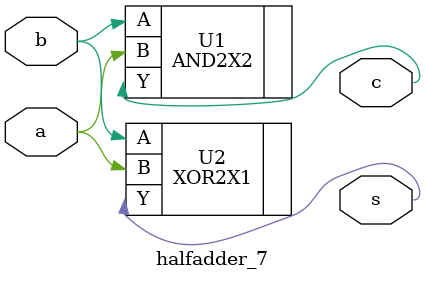
<source format=v>
module halfadder_7 ( s, c, a, b );
  input a, b;
  output s, c;


  AND2X2 U1 ( .A(b), .B(a), .Y(c) );
  XOR2X1 U2 ( .A(b), .B(a), .Y(s) );
endmodule

</source>
